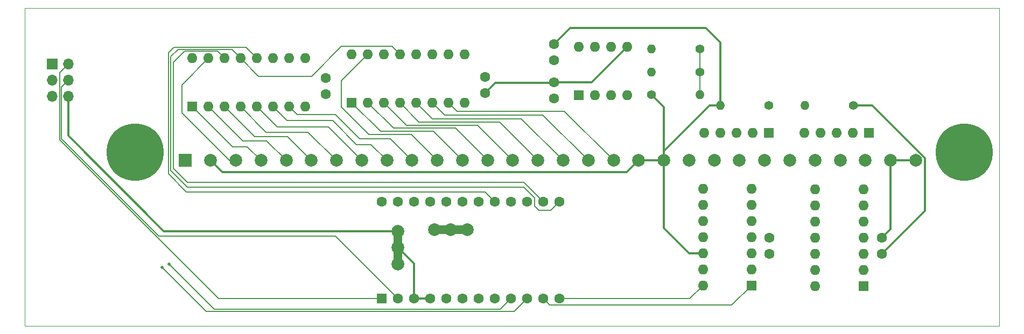
<source format=gbr>
G04 #@! TF.GenerationSoftware,KiCad,Pcbnew,(5.99.0-2620-gc6e388db1)*
G04 #@! TF.CreationDate,2020-10-01T22:16:18+03:00*
G04 #@! TF.ProjectId,TH-XWhatsIt-F,54482d58-5768-4617-9473-49742d462e6b,0.0.3*
G04 #@! TF.SameCoordinates,Original*
G04 #@! TF.FileFunction,Copper,L2,Bot*
G04 #@! TF.FilePolarity,Positive*
%FSLAX46Y46*%
G04 Gerber Fmt 4.6, Leading zero omitted, Abs format (unit mm)*
G04 Created by KiCad (PCBNEW (5.99.0-2620-gc6e388db1)) date 2020-10-01 22:16:18*
%MOMM*%
%LPD*%
G01*
G04 APERTURE LIST*
G04 #@! TA.AperFunction,Profile*
%ADD10C,0.050000*%
G04 #@! TD*
G04 #@! TA.AperFunction,ComponentPad*
%ADD11R,1.600000X1.600000*%
G04 #@! TD*
G04 #@! TA.AperFunction,ComponentPad*
%ADD12O,1.600000X1.600000*%
G04 #@! TD*
G04 #@! TA.AperFunction,ComponentPad*
%ADD13C,1.600000*%
G04 #@! TD*
G04 #@! TA.AperFunction,ComponentPad*
%ADD14C,1.400000*%
G04 #@! TD*
G04 #@! TA.AperFunction,ComponentPad*
%ADD15O,1.400000X1.400000*%
G04 #@! TD*
G04 #@! TA.AperFunction,ComponentPad*
%ADD16R,1.700000X1.700000*%
G04 #@! TD*
G04 #@! TA.AperFunction,ComponentPad*
%ADD17O,1.700000X1.700000*%
G04 #@! TD*
G04 #@! TA.AperFunction,ComponentPad*
%ADD18R,2.000000X2.000000*%
G04 #@! TD*
G04 #@! TA.AperFunction,ComponentPad*
%ADD19C,2.000000*%
G04 #@! TD*
G04 #@! TA.AperFunction,ComponentPad*
%ADD20C,9.000000*%
G04 #@! TD*
G04 #@! TA.AperFunction,ViaPad*
%ADD21C,0.508000*%
G04 #@! TD*
G04 #@! TA.AperFunction,Conductor*
%ADD22C,0.152400*%
G04 #@! TD*
G04 #@! TA.AperFunction,Conductor*
%ADD23C,0.304800*%
G04 #@! TD*
G04 APERTURE END LIST*
D10*
X39166800Y-128676400D02*
X192481200Y-128676400D01*
X192481200Y-128676400D02*
X192481200Y-178714400D01*
X192481200Y-178714400D02*
X39166800Y-178714400D01*
X39166800Y-178714400D02*
X39166800Y-128676400D01*
G36*
X108813600Y-164226000D02*
G01*
X103613600Y-164226000D01*
X103613600Y-162926000D01*
X108813600Y-162926000D01*
X108813600Y-164226000D01*
G37*
G36*
X98529680Y-168983492D02*
G01*
X97229680Y-168983492D01*
X97229680Y-163783492D01*
X98529680Y-163783492D01*
X98529680Y-168983492D01*
G37*
D11*
X90605345Y-143573752D03*
D12*
X93145345Y-143573752D03*
X95685345Y-143573752D03*
X98225345Y-143573752D03*
X100765345Y-143573752D03*
X103305345Y-143573752D03*
X105845345Y-143573752D03*
X108385345Y-143573752D03*
X108385345Y-135953752D03*
X105845345Y-135953752D03*
X103305345Y-135953752D03*
X100765345Y-135953752D03*
X98225345Y-135953752D03*
X95685345Y-135953752D03*
X93145345Y-135953752D03*
X90605345Y-135953752D03*
D11*
X95342218Y-174410593D03*
D13*
X97882218Y-174410593D03*
X100422218Y-174410593D03*
X102962218Y-174410593D03*
X105502218Y-174410593D03*
X108042218Y-174410593D03*
X110582218Y-174410593D03*
X113122218Y-174410593D03*
X115662218Y-174410593D03*
X118202218Y-174410593D03*
X120742218Y-174410593D03*
X123282218Y-174410593D03*
X123282218Y-159170593D03*
X120742218Y-159170593D03*
X118202218Y-159170593D03*
X115662218Y-159170593D03*
X113122218Y-159170593D03*
X110582218Y-159170593D03*
X108042218Y-159170593D03*
X105502218Y-159170593D03*
X102962218Y-159170593D03*
X100422218Y-159170593D03*
X97882218Y-159170593D03*
X95342218Y-159170593D03*
D14*
X145389600Y-138722100D03*
D15*
X137769600Y-138722100D03*
D11*
X153466800Y-172363852D03*
D12*
X153466800Y-169823852D03*
X153466800Y-167283852D03*
X153466800Y-164743852D03*
X153466800Y-162203852D03*
X153466800Y-159663852D03*
X153466800Y-157123852D03*
X145846800Y-157123852D03*
X145846800Y-159663852D03*
X145846800Y-162203852D03*
X145846800Y-164743852D03*
X145846800Y-167283852D03*
X145846800Y-169823852D03*
X145846800Y-172363852D03*
D11*
X126342622Y-142408158D03*
D12*
X128882622Y-142408158D03*
X131422622Y-142408158D03*
X133962622Y-142408158D03*
X133962622Y-134788158D03*
X131422622Y-134788158D03*
X128882622Y-134788158D03*
X126342622Y-134788158D03*
D13*
X122425942Y-134391918D03*
X122425942Y-136891918D03*
D14*
X145389600Y-135153400D03*
D15*
X137769600Y-135153400D03*
D16*
X43547096Y-137461035D03*
D17*
X46087096Y-137461035D03*
X43547096Y-140001035D03*
X46087096Y-140001035D03*
X43547096Y-142541035D03*
X46087096Y-142541035D03*
D14*
X137769600Y-142290800D03*
D15*
X145389600Y-142290800D03*
D11*
X65545393Y-144197120D03*
D12*
X68085393Y-144197120D03*
X70625393Y-144197120D03*
X73165393Y-144197120D03*
X75705393Y-144197120D03*
X78245393Y-144197120D03*
X80785393Y-144197120D03*
X83325393Y-144197120D03*
X83325393Y-136577120D03*
X80785393Y-136577120D03*
X78245393Y-136577120D03*
X75705393Y-136577120D03*
X73165393Y-136577120D03*
X70625393Y-136577120D03*
X68085393Y-136577120D03*
X65545393Y-136577120D03*
D13*
X86496181Y-142219443D03*
X86496181Y-139719443D03*
X111620765Y-142023499D03*
X111620765Y-139523499D03*
X122390382Y-140386318D03*
X122390382Y-142886318D03*
D14*
X156210000Y-144018000D03*
D15*
X148590000Y-144018000D03*
D18*
X64469520Y-152669240D03*
D19*
X68429520Y-152669240D03*
X72389520Y-152669240D03*
X76349520Y-152669240D03*
X80309520Y-152669240D03*
X84269520Y-152669240D03*
X88229520Y-152669240D03*
X92189520Y-152669240D03*
X96149520Y-152669240D03*
X100109520Y-152669240D03*
X104069520Y-152669240D03*
X108029520Y-152669240D03*
X111989520Y-152669240D03*
X115949520Y-152669240D03*
X119909520Y-152669240D03*
X123869520Y-152669240D03*
X127829520Y-152669240D03*
X131789520Y-152669240D03*
X135749520Y-152669240D03*
X139709520Y-152669240D03*
X143669520Y-152669240D03*
X147629520Y-152669240D03*
X151589520Y-152669240D03*
X155549520Y-152669240D03*
X159509520Y-152669240D03*
X163469520Y-152669240D03*
X167429520Y-152669240D03*
X171389520Y-152669240D03*
X175349520Y-152669240D03*
X179309520Y-152669240D03*
D11*
X171958000Y-148336000D03*
D12*
X169418000Y-148336000D03*
X166878000Y-148336000D03*
X164338000Y-148336000D03*
X161798000Y-148336000D03*
D11*
X171082026Y-172448026D03*
D12*
X171082026Y-169908026D03*
X171082026Y-167368026D03*
X171082026Y-164828026D03*
X171082026Y-162288026D03*
X171082026Y-159748026D03*
X171082026Y-157208026D03*
X163462026Y-157208026D03*
X163462026Y-159748026D03*
X163462026Y-162288026D03*
X163462026Y-164828026D03*
X163462026Y-167368026D03*
X163462026Y-169908026D03*
X163462026Y-172448026D03*
D11*
X156210000Y-148285200D03*
D12*
X153670000Y-148285200D03*
X151130000Y-148285200D03*
X148590000Y-148285200D03*
X146050000Y-148285200D03*
D13*
X156267688Y-164870242D03*
X156267688Y-167370242D03*
D14*
X169468800Y-143967200D03*
D15*
X161848800Y-143967200D03*
D13*
X173990000Y-164870421D03*
X173990000Y-167370421D03*
D19*
X103613600Y-163576000D03*
X106213600Y-163576000D03*
X108813600Y-163576000D03*
D20*
X186944000Y-151384000D03*
X56591200Y-151333200D03*
D19*
X97879680Y-163783492D03*
X97879680Y-166383492D03*
X97879680Y-168983492D03*
D21*
X60807600Y-169468800D03*
X61874400Y-169011600D03*
D22*
X119400000Y-159800000D02*
X120100000Y-160500000D01*
X64799600Y-156900000D02*
X117700000Y-156900000D01*
X75983473Y-139395200D02*
X84328000Y-139395200D01*
X120100000Y-160500000D02*
X121952811Y-160500000D01*
X117700000Y-156900000D02*
X119400000Y-158600000D01*
X62179200Y-136296400D02*
X62179200Y-154279600D01*
X73165393Y-136577120D02*
X71767062Y-135178789D01*
X62179200Y-154279600D02*
X64799600Y-156900000D01*
X121952811Y-160500000D02*
X123282218Y-159170593D01*
X89023200Y-134700000D02*
X96971593Y-134700000D01*
X73165393Y-136577120D02*
X75983473Y-139395200D01*
X119400000Y-158600000D02*
X119400000Y-159800000D01*
X96971593Y-134700000D02*
X98225345Y-135953752D01*
X63296811Y-135178789D02*
X62179200Y-136296400D01*
X71767062Y-135178789D02*
X63296811Y-135178789D01*
X84328000Y-139395200D02*
X89023200Y-134700000D01*
X145186400Y-142219725D02*
X145300461Y-142333786D01*
X145384683Y-135212144D02*
X145384683Y-142285883D01*
X145384683Y-142285883D02*
X145389600Y-142290800D01*
X143800059Y-174410593D02*
X145846800Y-172363852D01*
X123282218Y-174410593D02*
X143800059Y-174410593D01*
X121770819Y-175439194D02*
X120742218Y-174410593D01*
X153466800Y-172363852D02*
X150391458Y-175439194D01*
X150391458Y-175439194D02*
X121770819Y-175439194D01*
X117671625Y-156100000D02*
X120742218Y-159170593D01*
X62534800Y-137261600D02*
X62534800Y-153873200D01*
X70625393Y-136577120D02*
X69531873Y-135483600D01*
X64761600Y-156100000D02*
X117671625Y-156100000D01*
X64312800Y-135483600D02*
X62534800Y-137261600D01*
X69531873Y-135483600D02*
X64312800Y-135483600D01*
X70625393Y-136577120D02*
X70469760Y-136732753D01*
X70625393Y-136577120D02*
X70365954Y-136836559D01*
X62534800Y-153873200D02*
X64761600Y-156100000D01*
X70469760Y-136732753D02*
X70469760Y-137115014D01*
X64611333Y-157600000D02*
X61772800Y-154761467D01*
X61772800Y-135737600D02*
X62636422Y-134873978D01*
X111551625Y-157600000D02*
X64611333Y-157600000D01*
X74002251Y-134873978D02*
X75705393Y-136577120D01*
X61772800Y-154761467D02*
X61772800Y-135737600D01*
X113122218Y-159170593D02*
X111551625Y-157600000D01*
X62636422Y-134873978D02*
X74002251Y-134873978D01*
X45000000Y-149271536D02*
X45000000Y-141088131D01*
X88063625Y-164592000D02*
X60320464Y-164592000D01*
X60320464Y-164592000D02*
X45000000Y-149271536D01*
X97882218Y-174410593D02*
X88063625Y-164592000D01*
X45000000Y-141088131D02*
X46087096Y-140001035D01*
X44695189Y-149397792D02*
X44695189Y-138852942D01*
X69707990Y-174410593D02*
X44695189Y-149397792D01*
X95342218Y-174410593D02*
X69707990Y-174410593D01*
X44695189Y-138852942D02*
X46087096Y-137461035D01*
X67767211Y-176428411D02*
X60807600Y-169468800D01*
X118202218Y-174410593D02*
X116184400Y-176428411D01*
X116184400Y-176428411D02*
X67767211Y-176428411D01*
X113949211Y-176123600D02*
X68986400Y-176123600D01*
X115662218Y-174410593D02*
X113949211Y-176123600D01*
X68986400Y-176123600D02*
X61874400Y-169011600D01*
D23*
X128364462Y-140386318D02*
X133962622Y-134788158D01*
X61083492Y-163783492D02*
X46087096Y-148787096D01*
X46087096Y-148787096D02*
X46087096Y-142541035D01*
X97879680Y-163783492D02*
X61083492Y-163783492D01*
X122314700Y-140462000D02*
X122390382Y-140386318D01*
X122390382Y-140386318D02*
X128364462Y-140386318D01*
X113182264Y-140462000D02*
X122314700Y-140462000D01*
X111620765Y-142023499D02*
X113182264Y-140462000D01*
X133885160Y-154533600D02*
X70293880Y-154533600D01*
X139709520Y-163280720D02*
X139709520Y-158080080D01*
X145846800Y-167283852D02*
X143712652Y-167283852D01*
X139709520Y-158080080D02*
X139709520Y-158759520D01*
X148590000Y-134137400D02*
X146278600Y-131826000D01*
X139709520Y-144230720D02*
X137769600Y-142290800D01*
X148590000Y-144018000D02*
X148590000Y-134137400D01*
X175349520Y-152669240D02*
X175349520Y-163510901D01*
X139709520Y-152669240D02*
X139709520Y-158080080D01*
X135749520Y-152669240D02*
X133885160Y-154533600D01*
X175349520Y-152669240D02*
X179309520Y-152669240D01*
X175349520Y-163510901D02*
X173990000Y-164870421D01*
X148590000Y-144018000D02*
X146913600Y-144018000D01*
X139709520Y-151222080D02*
X139709520Y-152669240D01*
X70293880Y-154533600D02*
X68429520Y-152669240D01*
X124991860Y-131826000D02*
X122425942Y-134391918D01*
X146913600Y-144018000D02*
X139709520Y-151222080D01*
X135749520Y-152669240D02*
X139709520Y-152669240D01*
X146278600Y-131826000D02*
X124991860Y-131826000D01*
X143712652Y-167283852D02*
X139709520Y-163280720D01*
X139709520Y-152669240D02*
X139709520Y-144230720D01*
X100422218Y-168926030D02*
X100422218Y-174410593D01*
X97879680Y-166383492D02*
X100422218Y-168926030D01*
X100422218Y-174410593D02*
X102962218Y-174410593D01*
D22*
X89000000Y-140099097D02*
X93145345Y-135953752D01*
X89000000Y-144300000D02*
X89000000Y-140099097D01*
X100000280Y-148600000D02*
X93300000Y-148600000D01*
X104069520Y-152669240D02*
X100000280Y-148600000D01*
X93300000Y-148600000D02*
X89000000Y-144300000D01*
X91850400Y-149250400D02*
X88040400Y-145440400D01*
X88040400Y-145440400D02*
X82028673Y-145440400D01*
X82028673Y-145440400D02*
X80785393Y-144197120D01*
X96690680Y-149250400D02*
X91850400Y-149250400D01*
X100109520Y-152669240D02*
X96690680Y-149250400D01*
X96149520Y-152669240D02*
X93645080Y-150164800D01*
X93645080Y-150164800D02*
X91364800Y-150164800D01*
X91364800Y-150164800D02*
X87600000Y-146400000D01*
X87600000Y-146400000D02*
X80448273Y-146400000D01*
X80448273Y-146400000D02*
X78245393Y-144197120D01*
X78908273Y-147400000D02*
X86920280Y-147400000D01*
X75705393Y-144197120D02*
X78908273Y-147400000D01*
X86920280Y-147400000D02*
X92189520Y-152669240D01*
X73165393Y-144197120D02*
X77168273Y-148200000D01*
X83760280Y-148200000D02*
X88229520Y-152669240D01*
X77168273Y-148200000D02*
X83760280Y-148200000D01*
X80500280Y-148900000D02*
X84269520Y-152669240D01*
X75328273Y-148900000D02*
X80500280Y-148900000D01*
X83820000Y-152219720D02*
X84269520Y-152669240D01*
X70625393Y-144197120D02*
X75328273Y-148900000D01*
X73488273Y-149600000D02*
X77240280Y-149600000D01*
X80309520Y-152669240D02*
X80772000Y-152206760D01*
X68085393Y-144197120D02*
X73488273Y-149600000D01*
X77240280Y-149600000D02*
X80309520Y-152669240D01*
X65545393Y-144197120D02*
X71848273Y-150500000D01*
X71848273Y-150500000D02*
X74180280Y-150500000D01*
X74180280Y-150500000D02*
X76349520Y-152669240D01*
X131789520Y-152669240D02*
X124020280Y-144900000D01*
X124020280Y-144900000D02*
X107171593Y-144900000D01*
X105410000Y-144009097D02*
X105845345Y-143573752D01*
X105410000Y-144148572D02*
X105410000Y-144009097D01*
X107171593Y-144900000D02*
X105845345Y-143573752D01*
X105231593Y-145500000D02*
X103305345Y-143573752D01*
X102895400Y-143983697D02*
X103305345Y-143573752D01*
X120660280Y-145500000D02*
X105231593Y-145500000D01*
X127829520Y-152669240D02*
X120660280Y-145500000D01*
X102895400Y-144173972D02*
X102895400Y-143983697D01*
X103291593Y-146100000D02*
X100765345Y-143573752D01*
X117300280Y-146100000D02*
X103291593Y-146100000D01*
X123869520Y-152669240D02*
X117300280Y-146100000D01*
X123952000Y-152586760D02*
X123869520Y-152669240D01*
X119909520Y-152669240D02*
X113840280Y-146600000D01*
X97748461Y-144050636D02*
X97748461Y-144107033D01*
X101200000Y-146600000D02*
X98200000Y-143600000D01*
X113840280Y-146600000D02*
X101200000Y-146600000D01*
X97748461Y-144107033D02*
X97790000Y-144148572D01*
X115949520Y-152669240D02*
X110380280Y-147100000D01*
X110380280Y-147100000D02*
X99211593Y-147100000D01*
X99211593Y-147100000D02*
X95685345Y-143573752D01*
X106920280Y-147600000D02*
X97171593Y-147600000D01*
X111989520Y-152669240D02*
X106920280Y-147600000D01*
X97171593Y-147600000D02*
X93145345Y-143573752D01*
X108029520Y-152669240D02*
X103460280Y-148100000D01*
X103460280Y-148100000D02*
X95131593Y-148100000D01*
X95131593Y-148100000D02*
X90605345Y-143573752D01*
X90195400Y-144116344D02*
X90195400Y-143983697D01*
X90195400Y-143983697D02*
X90605345Y-143573752D01*
X63906400Y-140756113D02*
X63906400Y-145206400D01*
X63906400Y-145206400D02*
X71369240Y-152669240D01*
X71369240Y-152669240D02*
X72389520Y-152669240D01*
X68085393Y-136577120D02*
X63906400Y-140756113D01*
D23*
X180746400Y-152287789D02*
X180746400Y-160614021D01*
X180746400Y-152287789D02*
X172425811Y-143967200D01*
X172425811Y-143967200D02*
X169468800Y-143967200D01*
X180746400Y-160614021D02*
X173990000Y-167370421D01*
M02*

</source>
